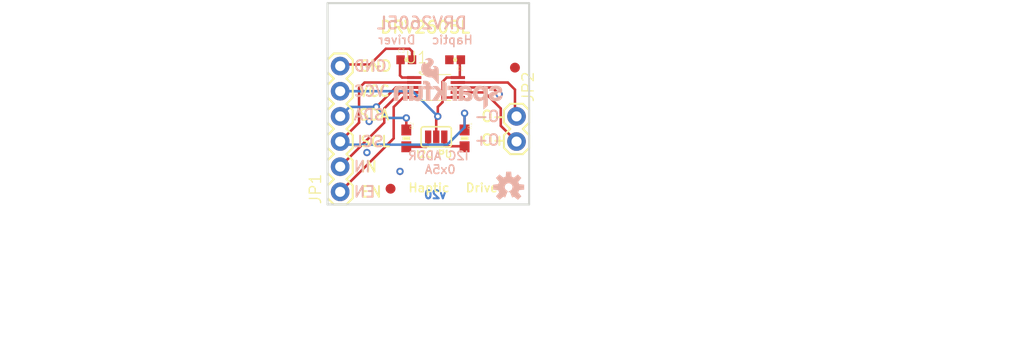
<source format=kicad_pcb>
(kicad_pcb (version 20211014) (generator pcbnew)
  (layers (0 "F.Cu" signal) (31 "B.Cu" signal) (34 "B.Paste" user) (35 "F.Paste" user) (36 "B.SilkS" user "B.Silkscreen") (37 "F.SilkS" user "F.Silkscreen") (38 "B.Mask" user) (39 "F.Mask" user) (44 "Edge.Cuts" user))
  (net 0 "")
  (net 1 "GND")
  (net 2 "VCC")
  (net 3 "N$3")
  (net 4 "N$4")
  (net 5 "N$5")
  (net 6 "N$6")
  (net 7 "N$7")
  (net 8 "N$8")
  (net 9 "N$9")
  (net 10 "N$1")
  (net 11 "N$2")
  (footprint "boardEagle:FIDUCIAL-1X2" (layer "F.Cu") (at 157.23235 101.35235)
    (fp_text reference "FID2" hide)
    (fp_text value "FIDUCIAL1X2" hide)
    (pad "1" smd roundrect (at 0 0) (size 1 1) (layers "F.Cu" "F.Mask") (roundrect_rratio 0.5))
  )
  (footprint "boardEagle:0603-RES" (layer "F.Cu") (at 146.2786 108.4961 -90)
    (fp_text reference "R2" (at -0.889 -0.762 -90) (layer "F.SilkS") (effects (font (size 0.373888 0.373888) (thickness 0.032512)) (justify left bottom)))
    (fp_text value "2.2k")
    (fp_poly (pts (xy -0.1905 0.381) (xy 0.1905 0.381) (xy 0.1905 -0.381) (xy -0.1905 -0.381)) (layer "F.SilkS") (width 0) (fill solid))
    (pad "1" smd rect (at -0.85 0 270) (size 1.1 1) (layers "F.Cu" "F.Paste" "F.Mask") (net 10 "N$1"))
    (pad "2" smd rect (at 0.85 0 270) (size 1.1 1) (layers "F.Cu" "F.Paste" "F.Mask") (net 8 "N$8"))
  )
  (footprint "boardEagle:0402-CAP" (layer "F.Cu") (at 151.19985 100.5586 180)
    (fp_text reference "C1" (at -0.889 -0.6985 180) (layer "F.SilkS") (effects (font (size 0.373888 0.373888) (thickness 0.032512)) (justify right top)))
    (fp_text value "1.0uF")
    (fp_line (start 0 -0.0305) (end 0 0.0305) (layer "F.SilkS") (width 0.4064))
    (pad "1" smd rect (at -0.58 0 180) (size 0.85 0.9) (layers "F.Cu" "F.Paste" "F.Mask") (net 2 "VCC"))
    (pad "2" smd rect (at 0.58 0 180) (size 0.85 0.9) (layers "F.Cu" "F.Paste" "F.Mask") (net 1 "GND"))
  )
  (footprint "boardEagle:FIDUCIAL-1X2" (layer "F.Cu") (at 144.6911 113.5761)
    (fp_text reference "FID1" hide)
    (fp_text value "FIDUCIAL1X2" hide)
    (pad "1" smd roundrect (at 0 0) (size 1 1) (layers "F.Cu" "F.Mask") (roundrect_rratio 0.5))
  )
  (footprint "boardEagle:PAD-JUMPER-3-NC_BY_PASTE_YES_SILK_FULL_BOX" (layer "F.Cu") (at 149.29485 108.33735 180)
    (fp_text reference "I2C0" (at -1.27 -1.27 180) (layer "F.SilkS") (effects (font (size 0.373888 0.373888) (thickness 0.032512)) (justify right top)))
    (fp_text value "JUMPER-PAD-3-NC_BY_PASTE")
    (fp_line (start -1.27 -1.016) (end 1.27 -1.016) (layer "F.SilkS") (width 0.1524))
    (fp_line (start -1.524 0.762) (end -1.524 -0.762) (layer "F.SilkS") (width 0.1524))
    (fp_line (start 1.524 0.762) (end 1.524 -0.762) (layer "F.SilkS") (width 0.1524))
    (fp_line (start 1.27 1.016) (end -1.27 1.016) (layer "F.SilkS") (width 0.1524))
    (fp_arc (start -1.524 -0.762) (mid -1.449605 -0.941605) (end -1.27 -1.016) (layer "F.SilkS") (width 0.1524))
    (fp_arc (start -1.27 1.016) (mid -1.449605 0.941605) (end -1.524 0.762) (layer "F.SilkS") (width 0.1524))
    (fp_arc (start 1.27 -1.016) (mid 1.449605 -0.941605) (end 1.524 -0.762) (layer "F.SilkS") (width 0.1524))
    (fp_arc (start 1.524 0.762) (mid 1.449605 0.941605) (end 1.27 1.016) (layer "F.SilkS") (width 0.1524))
    (pad "1" smd rect (at -0.8128 0 180) (size 0.635 1.27) (layers "F.Cu" "F.Mask") (net 9 "N$9"))
    (pad "2" smd rect (at 0 0 180) (size 0.635 1.27) (layers "F.Cu" "F.Mask") (net 2 "VCC"))
    (pad "3" smd rect (at 0.8128 0 180) (size 0.635 1.27) (layers "F.Cu" "F.Mask") (net 8 "N$8"))
  )
  (footprint "boardEagle:VSSOP-10" (layer "F.Cu") (at 148.97735 103.4161)
    (fp_text reference "U1" (at -2.905 -2.4) (layer "F.SilkS") (effects (font (size 1.1684 1.1684) (thickness 0.1016)) (justify left bottom)))
    (fp_text value "DRV2605L")
    (fp_line (start -1.205 1.24) (end 1.795 1.24) (layer "F.SilkS") (width 0.1))
    (fp_line (start -1.205 -1.36) (end 1.795 -1.36) (layer "F.SilkS") (width 0.1))
    (fp_circle (center -1.305 -1.56) (end -1.205 -1.56) (layer "F.SilkS") (width 0.1) (fill none))
    (pad "P$1" smd rect (at -1.905 -1.06) (size 1.45 0.3) (layers "F.Cu" "F.Paste" "F.Mask") (net 3 "N$3"))
    (pad "P$2" smd rect (at -1.905 -0.56) (size 1.45 0.3) (layers "F.Cu" "F.Paste" "F.Mask") (net 11 "N$2"))
    (pad "P$3" smd rect (at -1.905 -0.06) (size 1.45 0.3) (layers "F.Cu" "F.Paste" "F.Mask") (net 10 "N$1"))
    (pad "P$4" smd rect (at -1.905 0.44) (size 1.45 0.3) (layers "F.Cu" "F.Paste" "F.Mask") (net 4 "N$4"))
    (pad "P$5" smd rect (at -1.905 0.94) (size 1.45 0.3) (layers "F.Cu" "F.Paste" "F.Mask") (net 5 "N$5"))
    (pad "P$6" smd rect (at 2.495 0.94) (size 1.45 0.3) (layers "F.Cu" "F.Paste" "F.Mask") (net 2 "VCC"))
    (pad "P$7" smd rect (at 2.495 0.44) (size 1.45 0.3) (layers "F.Cu" "F.Paste" "F.Mask") (net 7 "N$7"))
    (pad "P$8" smd rect (at 2.495 -0.06) (size 1.45 0.3) (layers "F.Cu" "F.Paste" "F.Mask") (net 1 "GND"))
    (pad "P$9" smd rect (at 2.495 -0.56) (size 1.45 0.3) (layers "F.Cu" "F.Paste" "F.Mask") (net 6 "N$6"))
    (pad "P$10" smd rect (at 2.495 -1.06) (size 1.45 0.3) (layers "F.Cu" "F.Paste" "F.Mask") (net 2 "VCC"))
  )
  (footprint "boardEagle:STAND-OFF" (layer "F.Cu") (at 156.1211 97.3836)
    (fp_text reference "STANDOFF1" hide)
    (fp_text value "STAND-OFF" hide)
    (pad "" np_thru_hole circle (at 0 0) (size 3.302 3.302) (drill 3.302) (layers *.Cu *.Mask))
  )
  (footprint "boardEagle:0603-RES" (layer "F.Cu") (at 152.15235 108.4961 -90)
    (fp_text reference "R1" (at -0.889 -0.762 -90) (layer "F.SilkS") (effects (font (size 0.373888 0.373888) (thickness 0.032512)) (justify left bottom)))
    (fp_text value "2.2k")
    (fp_poly (pts (xy -0.1905 0.381) (xy 0.1905 0.381) (xy 0.1905 -0.381) (xy -0.1905 -0.381)) (layer "F.SilkS") (width 0) (fill solid))
    (pad "1" smd rect (at -0.85 0 270) (size 1.1 1) (layers "F.Cu" "F.Paste" "F.Mask") (net 11 "N$2"))
    (pad "2" smd rect (at 0.85 0 270) (size 1.1 1) (layers "F.Cu" "F.Paste" "F.Mask") (net 9 "N$9"))
  )
  (footprint "boardEagle:1X02" (layer "F.Cu") (at 157.3911 106.2736 -90)
    (fp_text reference "JP2" (at -1.3462 -1.8288 -90) (layer "F.SilkS") (effects (font (size 1.143 1.143) (thickness 0.127)) (justify left bottom)))
    (fp_text value "")
    (fp_line (start -0.635 -1.27) (end -1.27 -0.635) (layer "F.SilkS") (width 0.2032))
    (fp_line (start 0.635 -1.27) (end 1.27 -0.635) (layer "F.SilkS") (width 0.2032))
    (fp_line (start 1.905 1.27) (end 1.27 0.635) (layer "F.SilkS") (width 0.2032))
    (fp_line (start 3.175 -1.27) (end 3.81 -0.635) (layer "F.SilkS") (width 0.2032))
    (fp_line (start 0.635 1.27) (end -0.635 1.27) (layer "F.SilkS") (width 0.2032))
    (fp_line (start 1.905 -1.27) (end 3.175 -1.27) (layer "F.SilkS") (width 0.2032))
    (fp_line (start 1.27 0.635) (end 0.635 1.27) (layer "F.SilkS") (width 0.2032))
    (fp_line (start 3.81 -0.635) (end 3.81 0.635) (layer "F.SilkS") (width 0.2032))
    (fp_line (start -1.27 -0.635) (end -1.27 0.635) (layer "F.SilkS") (width 0.2032))
    (fp_line (start 1.27 -0.635) (end 1.905 -1.27) (layer "F.SilkS") (width 0.2032))
    (fp_line (start 3.81 0.635) (end 3.175 1.27) (layer "F.SilkS") (width 0.2032))
    (fp_line (start -0.635 -1.27) (end 0.635 -1.27) (layer "F.SilkS") (width 0.2032))
    (fp_line (start 3.175 1.27) (end 1.905 1.27) (layer "F.SilkS") (width 0.2032))
    (fp_line (start -1.27 0.635) (end -0.635 1.27) (layer "F.SilkS") (width 0.2032))
    (pad "1" thru_hole circle (at 0 0) (size 1.8796 1.8796) (drill 1.016) (layers *.Cu *.Mask) (net 6 "N$6"))
    (pad "2" thru_hole circle (at 2.54 0) (size 1.8796 1.8796) (drill 1.016) (layers *.Cu *.Mask) (net 7 "N$7"))
  )
  (footprint "boardEagle:0402-CAP" (layer "F.Cu") (at 146.2786 100.5586)
    (fp_text reference "C3" (at -0.889 -0.6985) (layer "F.SilkS") (effects (font (size 0.373888 0.373888) (thickness 0.032512)) (justify left bottom)))
    (fp_text value "1.0uF")
    (fp_line (start 0 -0.0305) (end 0 0.0305) (layer "F.SilkS") (width 0.4064))
    (pad "1" smd rect (at -0.58 0) (size 0.85 0.9) (layers "F.Cu" "F.Paste" "F.Mask") (net 3 "N$3"))
    (pad "2" smd rect (at 0.58 0) (size 0.85 0.9) (layers "F.Cu" "F.Paste" "F.Mask") (net 1 "GND"))
  )
  (footprint "boardEagle:CREATIVE_COMMONS" (layer "F.Cu") (at 125.6411 129.1336)
    (fp_text reference "FRAME2" hide)
    (fp_text value "FRAME-LETTER" hide)
  )
  (footprint "boardEagle:1X06" (layer "F.Cu") (at 139.6111 113.8936 90)
    (fp_text reference "JP1" (at -1.3462 -1.8288 90) (layer "F.SilkS") (effects (font (size 1.143 1.143) (thickness 0.127)) (justify left bottom)))
    (fp_text value "")
    (fp_line (start 1.27 -0.635) (end 1.905 -1.27) (layer "F.SilkS") (width 0.2032))
    (fp_line (start 6.985 -1.27) (end 6.35 -0.635) (layer "F.SilkS") (width 0.2032))
    (fp_line (start 13.97 0.635) (end 13.335 1.27) (layer "F.SilkS") (width 0.2032))
    (fp_line (start 13.335 1.27) (end 12.065 1.27) (layer "F.SilkS") (width 0.2032))
    (fp_line (start -0.635 -1.27) (end 0.635 -1.27) (layer "F.SilkS") (width 0.2032))
    (fp_line (start 11.43 0.635) (end 10.795 1.27) (layer "F.SilkS") (width 0.2032))
    (fp_line (start 4.445 -1.27) (end 5.715 -1.27) (layer "F.SilkS") (width 0.2032))
    (fp_line (start 6.35 0.635) (end 6.985 1.27) (layer "F.SilkS") (width 0.2032))
    (fp_line (start 3.175 1.27) (end 1.905 1.27) (layer "F.SilkS") (width 0.2032))
    (fp_line (start 12.065 -1.27) (end 13.335 -1.27) (layer "F.SilkS") (width 0.2032))
    (fp_line (start 12.065 1.27) (end 11.43 0.635) (layer "F.SilkS") (width 0.2032))
    (fp_line (start 3.175 -1.27) (end 3.81 -0.635) (layer "F.SilkS") (width 0.2032))
    (fp_line (start 13.97 -0.635) (end 13.97 0.635) (layer "F.SilkS") (width 0.2032))
    (fp_line (start 9.525 1.27) (end 8.89 0.635) (layer "F.SilkS") (width 0.2032))
    (fp_line (start 8.255 1.27) (end 6.985 1.27) (layer "F.SilkS") (width 0.2032))
    (fp_line (start 10.795 -1.27) (end 11.43 -0.635) (layer "F.SilkS") (width 0.2032))
    (fp_line (start 0.635 1.27) (end -0.635 1.27) (layer "F.SilkS") (width 0.2032))
    (fp_line (start 6.985 -1.27) (end 8.255 -1.27) (layer "F.SilkS") (width 0.2032))
    (fp_line (start 8.89 -0.635) (end 9.525 -1.27) (layer "F.SilkS") (width 0.2032))
    (fp_line (start 6.35 0.635) (end 5.715 1.27) (layer "F.SilkS") (width 0.2032))
    (fp_line (start 9.525 -1.27) (end 10.795 -1.27) (layer "F.SilkS") (width 0.2032))
    (fp_line (start -1.27 0.635) (end -0.635 1.27) (layer "F.SilkS") (width 0.2032))
    (fp_line (start 3.81 0.635) (end 3.175 1.27) (layer "F.SilkS") (width 0.2032))
    (fp_line (start 1.27 0.635) (end 0.635 1.27) (layer "F.SilkS") (width 0.2032))
    (fp_line (start 11.43 -0.635) (end 12.065 -1.27) (layer "F.SilkS") (width 0.2032))
    (fp_line (start 8.89 0.635) (end 8.255 1.27) (layer "F.SilkS") (width 0.2032))
    (fp_line (start 1.905 1.27) (end 1.27 0.635) (layer "F.SilkS") (width 0.2032))
    (fp_line (start 8.255 -1.27) (end 8.89 -0.635) (layer "F.SilkS") (width 0.2032))
    (fp_line (start 10.795 1.27) (end 9.525 1.27) (layer "F.SilkS") (width 0.2032))
    (fp_line (start 5.715 1.27) (end 4.445 1.27) (layer "F.SilkS") (width 0.2032))
    (fp_line (start -1.27 -0.635) (end -1.27 0.635) (layer "F.SilkS") (width 0.2032))
    (fp_line (start 5.715 -1.27) (end 6.35 -0.635) (layer "F.SilkS") (width 0.2032))
    (fp_line (start 3.81 -0.635) (end 4.445 -1.27) (layer "F.SilkS") (width 0.2032))
    (fp_line (start -0.635 -1.27) (end -1.27 -0.635) (layer "F.SilkS") (width 0.2032))
    (fp_line (start 13.335 -1.27) (end 13.97 -0.635) (layer "F.SilkS") (width 0.2032))
    (fp_line (start 1.905 -1.27) (end 3.175 -1.27) (layer "F.SilkS") (width 0.2032))
    (fp_line (start 4.445 1.27) (end 3.81 0.635) (layer "F.SilkS") (width 0.2032))
    (fp_line (start 0.635 -1.27) (end 1.27 -0.635) (layer "F.SilkS") (width 0.2032))
    (pad "1" thru_hole circle (at 0 0 180) (size 1.8796 1.8796) (drill 1.016) (layers *.Cu *.Mask) (net 5 "N$5"))
    (pad "2" thru_hole circle (at 2.54 0 180) (size 1.8796 1.8796) (drill 1.016) (layers *.Cu *.Mask) (net 4 "N$4"))
    (pad "3" thru_hole circle (at 5.08 0 180) (size 1.8796 1.8796) (drill 1.016) (layers *.Cu *.Mask) (net 11 "N$2"))
    (pad "4" thru_hole circle (at 7.62 0 180) (size 1.8796 1.8796) (drill 1.016) (layers *.Cu *.Mask) (net 10 "N$1"))
    (pad "5" thru_hole circle (at 10.16 0 180) (size 1.8796 1.8796) (drill 1.016) (layers *.Cu *.Mask) (net 2 "VCC"))
    (pad "6" thru_hole circle (at 12.7 0 180) (size 1.8796 1.8796) (drill 1.016) (layers *.Cu *.Mask) (net 1 "GND"))
  )
  (footprint "boardEagle:STAND-OFF" (layer "F.Cu") (at 140.8811 97.3836)
    (fp_text reference "STANDOFF4" hide)
    (fp_text value "STAND-OFF" hide)
    (pad "" np_thru_hole circle (at 0 0) (size 3.302 3.302) (drill 3.302) (layers *.Cu *.Mask))
  )
  (footprint "boardEagle:OSHW-LOGO-S" (layer "B.Cu") (at 156.59735 113.41735 180)
    (fp_text reference "LOGO2" hide)
    (fp_text value "OSHW-LOGOS" hide)
    (fp_poly (pts (xy 0.301647 1.061351) (xy 0.42347 1.022344) (xy 0.537177 0.963769) (xy 0.92862 1.282946) (xy 1.282946 0.92862) (xy 0.961035 0.533823) (xy 1.057046 0.302084) (xy 1.5638 0.250561) (xy 1.5638 -0.250561) (xy 1.057046 -0.302084) (xy 0.961035 -0.533823) (xy 1.282946 -0.92862) (xy 0.92862 -1.282946) (xy 0.537177 -0.96377) (xy 0.356601 -1.056794) (xy 0.088679 -0.410073) (xy 0.326262 -0.2176) (xy 0.373649 -0.121468) (xy 0.392729 -0.010339) (xy 0.379464 0.101634) (xy 0.334947 0.205229) (xy 0.262842 0.291918) (xy 0.169087 0.354561) (xy 0.061406 0.387999) (xy -0.051342 0.38948) (xy -0.159868 0.358881) (xy -0.255234 0.298724) (xy -0.329589 0.213962) (xy -0.376813 0.111569) (xy -0.392176 0.005767) (xy -0.322923 -0.222565) (xy -0.249312 -0.303773) (xy 0.091677 -0.5081) (xy -0.12929 -0.5081) (xy -0.355332 -1.053732) (xy -0.506597 -0.983577) (xy -0.538922 -0.965192) (xy -0.92862 -1.282946) (xy -1.282946 -0.92862) (xy -0.961035 -0.533823) (xy -1.057046 -0.302084) (xy -1.5638 -0.250561) (xy -1.5638 0.250561) (xy -1.057046 0.302084) (xy -0.961035 0.533823) (xy -1.282946 0.92862) (xy -0.92862 1.282946) (xy -0.533823 0.961035) (xy -0.302084 1.057046) (xy -0.250561 1.5638) (xy 0.250561 1.5638)) (layer "B.SilkS") (width 0) (fill solid))
  )
  (footprint "boardEagle:SFE_LOGO_NAME_FLAME_.1" (layer "B.Cu") (at 156.3751 105.60685 180)
    (fp_text reference "LOGO4" hide)
    (fp_text value "SFE_LOGO_NAME_FLAME.1_INCH" hide)
    (fp_poly (pts (xy 5.915782 2.4181) (xy 5.9481 2.4181) (xy 5.9481 1.9819) (xy 5.891006 1.9819) (xy 5.871005 1.9919) (xy 5.771901 1.9919) (xy 5.676548 1.982365) (xy 5.604341 1.964313) (xy 5.544869 1.930329) (xy 5.501417 1.878186) (xy 5.465367 1.8151) (xy 5.446948 1.75063) (xy 5.4281 1.665817) (xy 5.4281 0.9019) (xy 4.9619 0.9019) (xy 4.9619 2.321235) (xy 5.041643 2.337183) (xy 5.08531 2.3481) (xy 5.136228 2.3481) (xy 5.181643 2.357183) (xy 5.221639 2.367182) (xy 5.272528 2.37736) (xy 5.321643 2.387183) (xy 5.4081 2.408798) (xy 5.4081 2.218614) (xy 5.420487 2.234098) (xy 5.473194 2.297347) (xy 5.528518 2.341606) (xy 5.604373 2.384952) (xy 5.668737 2.406407) (xy 5.744664 2.4281) (xy 5.905782 2.4281)) (layer "B.SilkS") (width 0) (fill solid))
    (fp_poly (pts (xy 8.8881 1.562374) (xy 8.907709 1.405502) (xy 8.916055 1.355427) (xy 8.966003 1.288829) (xy 9.003942 1.266066) (xy 9.046852 1.257484) (xy 9.100786 1.248495) (xy 9.174498 1.257709) (xy 9.226603 1.266393) (xy 9.266373 1.290255) (xy 9.298687 1.322569) (xy 9.325428 1.376051) (xy 9.352861 1.440061) (xy 9.3619 1.512374) (xy 9.3619 2.3981) (xy 9.8281 2.3981) (xy 9.8281 0.9019) (xy 9.3819 0.9019) (xy 9.3819 1.033885) (xy 9.357107 1.002893) (xy 9.300649 0.957727) (xy 9.235621 0.925214) (xy 9.18311 0.904209) (xy 9.118789 0.882769) (xy 9.04585 0.872349) (xy 8.9818 0.861674) (xy 8.831979 0.872376) (xy 8.714139 0.915227) (xy 8.61813 0.968565) (xy 8.540015 1.035521) (xy 8.484692 1.135102) (xy 8.452895 1.241091) (xy 8.4319 1.356565) (xy 8.4319 2.3981) (xy 8.8881 2.3981)) (layer "B.SilkS") (width 0) (fill solid))
    (fp_poly (pts (xy 6.4881 1.944647) (xy 6.92377 2.3981) (xy 7.493235 2.3981) (xy 6.919019 1.834719) (xy 7.530534 0.9019) (xy 6.968776 0.9019) (xy 6.592048 1.510462) (xy 6.4881 1.413444) (xy 6.4881 0.9019) (xy 6.0219 0.9019) (xy 6.0219 2.702757) (xy 6.4881 2.953788)) (layer "B.SilkS") (width 0) (fill solid))
    (fp_poly (pts (xy 4.323772 2.4181) (xy 4.383773 2.4181) (xy 4.440902 2.406674) (xy 4.490903 2.386674) (xy 4.540902 2.376674) (xy 4.598829 2.353503) (xy 4.64286 2.32048) (xy 4.68286 2.29048) (xy 4.727214 2.257214) (xy 4.762541 2.210112) (xy 4.784786 2.165621) (xy 4.806674 2.110902) (xy 4.8181 2.053773) (xy 4.8181 1.188995) (xy 4.8281 1.168994) (xy 4.8281 1.078995) (xy 4.8381 1.058994) (xy 4.8381 1.038995) (xy 4.8481 1.018994) (xy 4.8481 0.988995) (xy 4.851313 0.982569) (xy 4.8681 0.965782) (xy 4.8681 0.9019) (xy 4.4019 0.9019) (xy 4.4019 0.934218) (xy 4.3919 0.944218) (xy 4.3919 0.954218) (xy 4.3819 0.964218) (xy 4.3819 0.994218) (xy 4.38 0.996118) (xy 4.364273 0.980392) (xy 4.326889 0.955469) (xy 4.296888 0.945468) (xy 4.266889 0.925469) (xy 4.232048 0.913855) (xy 4.136183 0.8819) (xy 4.106183 0.8819) (xy 4.076183 0.8719) (xy 4.036183 0.8719) (xy 4.006183 0.8619) (xy 3.886227 0.8619) (xy 3.836228 0.8719) (xy 3.78531 0.8719) (xy 3.738251 0.883665) (xy 3.684379 0.905214) (xy 3.64084 0.926983) (xy 3.610843 0.946981) (xy 3.567431 0.968687) (xy 3.530392 1.005727) (xy 3.508887 1.037984) (xy 3.478885 1.077986) (xy 3.454118 1.115137) (xy 3.443641 1.167523) (xy 3.4219 1.211006) (xy 3.4219 1.266228) (xy 3.411214 1.31966) (xy 3.432999 1.43948) (xy 3.465048 1.535627) (xy 3.510194 1.614633) (xy 3.587954 1.681284) (xy 3.663755 1.724599) (xy 3.748654 1.756436) (xy 3.833246 1.777584) (xy 3.955105 1.791124) (xy 4.059753 1.516423) (xy 3.994619 1.494712) (xy 3.982569 1.488687) (xy 3.972569 1.478687) (xy 3.932569 1.458687) (xy 3.922569 1.448687) (xy 3.908398 1.441602) (xy 3.8881 1.401005) (xy 3.8881 1.381006) (xy 3.8781 1.361005) (xy 3.8781 1.326183) (xy 3.8881 1.296183) (xy 3.8881 1.278995) (xy 3.891313 1.272569) (xy 3.901313 1.262569) (xy 3.908398 1.248398) (xy 3.922569 1.241313) (xy 3.932569 1.231313) (xy 3.958995 1.2181) (xy 3.978994 1.2181) (xy 3.998995 1.2081) (xy 4.018994 1.2081) (xy 4.038995 1.1981) (xy 4.076228 1.1981) (xy 4.126227 1.2081) (xy 4.171005 1.2081) (xy 4.206702 1.225948) (xy 4.244357 1.235361) (xy 4.265725 1.249607) (xy 4.280393 1.264275) (xy 4.300392 1.294273) (xy 4.316699 1.310581) (xy 4.323855 1.332048) (xy 4.334711 1.364617) (xy 4.344712 1.384619) (xy 4.3519 1.406183) (xy 4.3519 1.568353) (xy 4.347039 1.565922) (xy 4.318994 1.5519) (xy 4.298995 1.5519) (xy 4.278994 1.5419) (xy 4.200252 1.5419) (xy 4.1341 1.80651) (xy 4.238735 1.836406) (xy 4.293987 1.854823) (xy 4.333997 1.878829) (xy 4.3519 1.9027) (xy 4.3519 1.991005) (xy 4.328687 2.037431) (xy 4.318687 2.047431) (xy 4.311602 2.061602) (xy 4.271005 2.0819) (xy 4.251006 2.0819) (xy 4.231005 2.0919) (xy 4.068995 2.0919) (xy 3.982569 2.048687) (xy 3.951313 2.017431) (xy 3.945288 2.005381) (xy 3.935289 1.975383) (xy 3.9281 1.961005) (xy 3.9281 1.8819) (xy 3.455024 1.8819) (xy 3.472418 1.986264) (xy 3.48291 2.049212) (xy 3.50581 2.117914) (xy 3.538344 2.161292) (xy 3.568341 2.211288) (xy 3.602786 2.257214) (xy 3.648712 2.291659) (xy 3.700398 2.32267) (xy 3.753016 2.354241) (xy 3.809098 2.376674) (xy 3.860201 2.386895) (xy 3.920788 2.40709) (xy 3.983148 2.417484) (xy 4.036227 2.4281) (xy 4.273773 2.4281)) (layer "B.SilkS") (width 0) (fill solid))
    (fp_poly (pts (xy 2.857823 2.417663) (xy 3.006845 2.364441) (xy 3.124841 2.289352) (xy 3.220441 2.18313) (xy 3.294903 2.066118) (xy 3.336905 1.929612) (xy 3.367832 1.785286) (xy 3.380795 1.590841) (xy 2.9119 1.602864) (xy 2.9119 1.727626) (xy 2.90275 1.800824) (xy 2.874631 1.875809) (xy 2.847172 1.93988) (xy 2.804269 1.991364) (xy 2.751775 2.02636) (xy 2.690183 2.052756) (xy 2.610264 2.061636) (xy 2.539176 2.05275) (xy 2.469061 2.026457) (xy 2.426805 1.992652) (xy 2.382828 1.93988) (xy 2.355369 1.875809) (xy 2.32725 1.800824) (xy 2.3181 1.727626) (xy 2.3181 1.564689) (xy 2.356222 1.412201) (xy 2.382128 1.351754) (xy 2.425723 1.308159) (xy 2.478207 1.264423) (xy 2.537389 1.247513) (xy 2.619736 1.238364) (xy 2.692996 1.247521) (xy 2.762304 1.264848) (xy 2.812652 1.306805) (xy 2.847019 1.349764) (xy 2.890523 1.451274) (xy 3.302811 1.257255) (xy 3.22082 1.106939) (xy 3.124827 1.010945) (xy 3.007641 0.92572) (xy 2.878619 0.882712) (xy 2.719372 0.861479) (xy 2.653736 0.872418) (xy 2.593736 0.882418) (xy 2.528085 0.89336) (xy 2.461652 0.926577) (xy 2.410398 0.95733) (xy 2.354526 0.990852) (xy 2.3281 1.023885) (xy 2.3281 0.008018) (xy 2.174549 0.161569) (xy 2.076199 0.240249) (xy 2.024551 0.281567) (xy 1.934549 0.371569) (xy 1.8719 0.421688) (xy 1.8719 2.319748) (xy 1.941639 2.337182) (xy 1.996227 2.3481) (xy 2.045311 2.3481) (xy 2.081639 2.357182) (xy 2.131643 2.367183) (xy 2.171639 2.377182) (xy 2.222528 2.38736) (xy 2.3181 2.406475) (xy 2.3181 2.281982) (xy 2.334551 2.298433) (xy 2.3882 2.341352) (xy 2.440398 2.37267) (xy 2.496601 2.406392) (xy 2.563736 2.417582) (xy 2.626847 2.4281) (xy 2.701269 2.4281)) (layer "B.SilkS") (width 0) (fill solid))
    (fp_poly (pts (xy 1.318909 2.407105) (xy 1.423264 2.375798) (xy 1.519412 2.333066) (xy 1.607214 2.267214) (xy 1.672541 2.180112) (xy 1.72664 2.071915) (xy 1.754976 1.9019) (xy 1.308765 1.9019) (xy 1.293326 1.979097) (xy 1.276098 2.022167) (xy 1.262526 2.042526) (xy 1.240843 2.056981) (xy 1.204375 2.075215) (xy 1.162662 2.0919) (xy 1.006183 2.0919) (xy 0.98066 2.083392) (xy 0.940665 2.073394) (xy 0.92445 2.067989) (xy 0.8981 2.028465) (xy 0.8981 2.004689) (xy 0.905096 1.976706) (xy 0.927214 1.947214) (xy 0.96011 1.922542) (xy 1.014619 1.895288) (xy 1.068469 1.877338) (xy 1.147009 1.86752) (xy 1.388733 1.807089) (xy 1.483895 1.785942) (xy 1.558903 1.74308) (xy 1.631815 1.701416) (xy 1.698636 1.645732) (xy 1.743641 1.578224) (xy 1.777243 1.499819) (xy 1.788424 1.399193) (xy 1.767087 1.260502) (xy 1.723873 1.141664) (xy 1.658089 1.053951) (xy 1.571411 0.978108) (xy 1.463664 0.924235) (xy 1.348165 0.892735) (xy 1.224722 0.872161) (xy 1.1 0.861768) (xy 0.975278 0.872161) (xy 0.851835 0.892735) (xy 0.736336 0.924235) (xy 0.628589 0.978108) (xy 0.542165 1.053729) (xy 0.466623 1.150855) (xy 0.423006 1.259898) (xy 0.39559 1.4381) (xy 0.8481 1.4381) (xy 0.8481 1.347338) (xy 0.863504 1.308829) (xy 0.887214 1.277214) (xy 0.955427 1.226055) (xy 1.00687 1.217481) (xy 1.056852 1.207484) (xy 1.108449 1.198885) (xy 1.14531 1.2081) (xy 1.185311 1.2081) (xy 1.216699 1.215947) (xy 1.24989 1.232542) (xy 1.284972 1.258854) (xy 1.305598 1.27948) (xy 1.320728 1.34) (xy 1.314053 1.366699) (xy 1.299944 1.394917) (xy 1.268708 1.418344) (xy 1.223987 1.445177) (xy 1.169335 1.463394) (xy 1.011643 1.502817) (xy 0.912131 1.522719) (xy 0.819125 1.543387) (xy 0.735799 1.574634) (xy 0.662989 1.605839) (xy 0.589958 1.647571) (xy 0.522526 1.692526) (xy 0.476359 1.761776) (xy 0.442757 1.840181) (xy 0.431724 1.939473) (xy 0.442506 2.068851) (xy 0.487042 2.180192) (xy 0.563128 2.267148) (xy 0.638766 2.33198) (xy 0.747525 2.386359) (xy 0.852856 2.407426) (xy 0.966565 2.4281) (xy 1.203435 2.4281)) (layer "B.SilkS") (width 0) (fill solid))
    (fp_poly (pts (xy 8.4081 2.903547) (xy 8.4081 2.5619) (xy 8.204689 2.5619) (xy 8.173301 2.554053) (xy 8.146088 2.540446) (xy 8.133019 2.520843) (xy 8.1281 2.511005) (xy 8.1281 2.47531) (xy 8.1181 2.435311) (xy 8.1181 2.3981) (xy 8.3881 2.3981) (xy 8.3881 2.0619) (xy 8.1181 2.0619) (xy 8.1181 0.9019) (xy 7.6619 0.9019) (xy 7.6619 2.0619) (xy 7.1957 2.0619) (xy 7.324972 2.158854) (xy 7.453059 2.286941) (xy 7.484974 2.318855) (xy 7.522786 2.347214) (xy 7.56095 2.3981) (xy 7.6619 2.3981) (xy 7.6619 2.566909) (xy 7.694634 2.654201) (xy 7.727171 2.730119) (xy 7.783868 2.798155) (xy 7.860287 2.852741) (xy 7.945902 2.895548) (xy 8.054408 2.9281) (xy 8.358994 2.9281)) (layer "B.SilkS") (width 0) (fill solid))
    (fp_poly (pts (xy 3.380845 1.667065) (xy 3.367792 1.484325) (xy 3.336403 1.348307) (xy 3.26984 1.188556) (xy 2.861991 1.380485) (xy 2.90275 1.489176) (xy 2.9119 1.562374) (xy 2.9119 1.679089)) (layer "B.SilkS") (width 0) (fill solid))
    (fp_poly (pts (xy 4.274375 1.55959) (xy 4.218994 1.5319) (xy 4.196183 1.5319) (xy 4.166183 1.5219) (xy 4.126183 1.5219) (xy 4.096183 1.5119) (xy 4.058995 1.5119) (xy 4.038994 1.5019) (xy 3.983743 1.5019) (xy 3.876874 1.782432) (xy 4.015793 1.797867) (xy 4.105203 1.807801) (xy 4.208628 1.822577)) (layer "B.SilkS") (width 0) (fill solid))
    (fp_poly (pts (xy 7.962717 5.195922) (xy 8.04525 5.164972) (xy 8.110112 5.132541) (xy 8.155026 5.098855) (xy 8.231982 5.0219) (xy 8.103817 5.0219) (xy 8.073817 5.0319) (xy 8.054689 5.0319) (xy 8.018361 5.022818) (xy 7.972477 5.013641) (xy 7.94011 4.997458) (xy 7.908081 4.973435) (xy 7.894532 4.953112) (xy 7.885289 4.925383) (xy 7.875288 4.905381) (xy 7.870161 4.89) (xy 7.876608 4.87066) (xy 7.885362 4.835643) (xy 7.903017 4.80916) (xy 7.921313 4.772569) (xy 7.944275 4.749607) (xy 7.972014 4.731115) (xy 8.012016 4.701113) (xy 8.039157 4.683019) (xy 8.108995 4.6481) (xy 8.163817 4.6481) (xy 8.183112 4.654532) (xy 8.197989 4.66445) (xy 8.2119 4.706183) (xy 8.2119 4.841647) (xy 8.353602 4.770796) (xy 8.440998 4.672476) (xy 8.514691 4.546144) (xy 8.566893 4.39998) (xy 8.598297 4.23249) (xy 8.587813 4.043773) (xy 8.5355 3.855448) (xy 8.431878 3.668928) (xy 8.358618 3.574737) (xy 8.276044 3.492162) (xy 8.192524 3.419083) (xy 8.086984 3.355759) (xy 7.982127 3.313816) (xy 7.868165 3.282735) (xy 7.743153 3.2619) (xy 7.553156 3.2619) (xy 7.503397 3.253607) (xy 7.461803 3.228651) (xy 7.366805 3.152652) (xy 7.318163 3.094281) (xy 7.189168 2.965286) (xy 7.13917 2.895289) (xy 7.078159 2.834277) (xy 7.028163 2.774281) (xy 6.978854 2.724972) (xy 6.948855 2.684974) (xy 6.919607 2.655725) (xy 6.890391 2.6119) (xy 6.8219 2.6119) (xy 6.8219 3.93211) (xy 6.832133 4.024207) (xy 6.842579 4.118219) (xy 6.864711 4.184617) (xy 6.896577 4.248348) (xy 6.93223 4.30777) (xy 6.988708 4.341656) (xy 7.031171 4.373503) (xy 7.08585 4.395375) (xy 7.139674 4.416905) (xy 7.206847 4.4281) (xy 7.29469 4.4281) (xy 7.334689 4.4181) (xy 7.358994 4.4181) (xy 7.434319 4.380438) (xy 7.382569 4.328687) (xy 7.334617 4.304711) (xy 7.310581 4.296699) (xy 7.279607 4.265725) (xy 7.264532 4.243112) (xy 7.2581 4.223817) (xy 7.2581 4.206183) (xy 7.265288 4.184619) (xy 7.281313 4.152569) (xy 7.304275 4.129607) (xy 7.327833 4.113902) (xy 7.370903 4.096674) (xy 7.413772 4.0881) (xy 7.485311 4.0881) (xy 7.554357 4.105361) (xy 7.603944 4.13842) (xy 7.636004 4.178495) (xy 7.6519 4.226183) (xy 7.6519 4.282181) (xy 7.627357 4.339448) (xy 7.561404 4.414823) (xy 7.481425 4.504799) (xy 7.408661 4.587958) (xy 7.354008 4.686334) (xy 7.3319 4.785818) (xy 7.3319 4.876183) (xy 7.365667 4.977483) (xy 7.421486 5.055631) (xy 7.517938 5.141365) (xy 7.637145 5.206387) (xy 7.756565 5.2281) (xy 7.866183 5.2281)) (layer "B.SilkS") (width 0) (fill solid))
    (fp_poly (pts (xy 10.956431 2.417738) (xy 11.074473 2.385544) (xy 11.173168 2.330714) (xy 11.250009 2.253873) (xy 11.305022 2.165852) (xy 11.337105 2.058909) (xy 11.357837 1.944882) (xy 11.3681 1.811463) (xy 11.3681 0.9019) (xy 10.9019 0.9019) (xy 10.9019 1.737626) (xy 10.892233 1.814962) (xy 10.882349 1.88415) (xy 10.873607 1.936603) (xy 10.848344 1.978708) (xy 10.823997 2.011171) (xy 10.786058 2.033934) (xy 10.743148 2.042516) (xy 10.689214 2.051505) (xy 10.615502 2.042291) (xy 10.563397 2.033607) (xy 10.525475 2.010854) (xy 10.491349 1.968197) (xy 10.464001 1.922616) (xy 10.437244 1.860183) (xy 10.4281 1.77789) (xy 10.4281 0.9019) (xy 9.9619 0.9019) (xy 9.9619 2.3981) (xy 10.4081 2.3981) (xy 10.4081 2.261981) (xy 10.434551 2.288433) (xy 10.48749 2.330784) (xy 10.553111 2.374531) (xy 10.617952 2.396145) (xy 10.680788 2.41709) (xy 10.746847 2.4281) (xy 10.811359 2.4281)) (layer "B.SilkS") (width 0) (fill solid))
  )
  (gr_line (start 158.6611 115.1636) (end 138.3411 115.1636) (layer "Edge.Cuts") (width 0.2032))
  (gr_line (start 138.3411 115.1636) (end 138.3411 94.8436) (layer "Edge.Cuts") (width 0.2032))
  (gr_line (start 158.6611 94.8436) (end 158.6611 115.1636) (layer "Edge.Cuts") (width 0.2032))
  (gr_line (start 138.3411 94.8436) (end 158.6611 94.8436) (layer "Edge.Cuts") (width 0.2032))
  (gr_text "v20" (at 150.4061 114.6556) (layer "B.Cu") (effects (font (size 0.8128 0.8128) (thickness 0.2032)) (justify left bottom mirror)))
  (gr_text "GND" (at 140.8811 100.5586) (layer "B.SilkS") (effects (font (size 1.0795 1.0795) (thickness 0.1905)) (justify right top mirror)))
  (gr_text "Haptic" (at 148.7551 98.05035) (layer "B.SilkS") (effects (font (size 0.8636 0.8636) (thickness 0.1524)) (justify right top mirror)))
  (gr_text "IN" (at 140.8811 110.7186) (layer "B.SilkS") (effects (font (size 1.0795 1.0795) (thickness 0.1905)) (justify right top mirror)))
  (gr_text "VCC\n" (at 140.8811 103.0986) (layer "B.SilkS") (effects (font (size 1.0795 1.0795) (thickness 0.1905)) (justify right top mirror)))
  (gr_text "O+" (at 155.77185 109.28985) (layer "B.SilkS") (effects (font (size 1.0795 1.0795) (thickness 0.1905)) (justify left bottom mirror)))
  (gr_text "DRV2605L" (at 143.19885 96.14535) (layer "B.SilkS") (effects (font (size 1.20904 1.20904) (thickness 0.21336)) (justify right top mirror)))
  (gr_text "EN" (at 140.8811 113.2586) (layer "B.SilkS") (effects (font (size 1.0795 1.0795) (thickness 0.1905)) (justify right top mirror)))
  (gr_text "SCL" (at 140.8811 108.1786) (layer "B.SilkS") (effects (font (size 1.0795 1.0795) (thickness 0.1905)) (justify right top mirror)))
  (gr_text "I2C ADDR\n  0x5A" (at 152.66035 112.14735) (layer "B.SilkS") (effects (font (size 0.8636 0.8636) (thickness 0.1524)) (justify left bottom mirror)))
  (gr_text "O-" (at 155.77185 106.9086) (layer "B.SilkS") (effects (font (size 1.0795 1.0795) (thickness 0.1905)) (justify left bottom mirror)))
  (gr_text "Driver" (at 143.3576 98.05035) (layer "B.SilkS") (effects (font (size 0.8636 0.8636) (thickness 0.1524)) (justify right top mirror)))
  (gr_text "SDA" (at 140.8811 105.47985) (layer "B.SilkS") (effects (font (size 1.0795 1.0795) (thickness 0.1905)) (justify right top mirror)))
  (gr_text "IN" (at 141.54785 111.9886) (layer "F.SilkS") (effects (font (size 1.0795 1.0795) (thickness 0.1905)) (justify left bottom)))
  (gr_text "Haptic" (at 146.4056 113.98885) (layer "F.SilkS") (effects (font (size 0.8636 0.8636) (thickness 0.1524)) (justify left bottom)))
  (gr_text "EN" (at 141.54785 114.5286) (layer "F.SilkS") (effects (font (size 1.0795 1.0795) (thickness 0.1905)) (justify left bottom)))
  (gr_text "VCC" (at 141.3891 104.3686) (layer "F.SilkS") (effects (font (size 1.0795 1.0795) (thickness 0.1905)) (justify left bottom)))
  (gr_text "O+" (at 153.73985 109.28985) (layer "F.SilkS") (effects (font (size 1.0795 1.0795) (thickness 0.1905)) (justify left bottom)))
  (gr_text "Driver" (at 152.1841 113.98885) (layer "F.SilkS") (effects (font (size 0.8636 0.8636) (thickness 0.1524)) (justify left bottom)))
  (gr_text "GND" (at 141.3891 101.8286) (layer "F.SilkS") (effects (font (size 1.0795 1.0795) (thickness 0.1905)) (justify left bottom)))
  (gr_text "DRV2605L" (at 143.51635 97.98685) (layer "F.SilkS") (effects (font (size 1.20904 1.20904) (thickness 0.21336)) (justify left bottom)))
  (gr_text "I2C PU" (at 147.19935 110.49635) (layer "F.SilkS") (effects (font (size 0.69088 0.69088) (thickness 0.12192)) (justify left bottom)))
  (gr_text "SDA" (at 141.3891 106.74985) (layer "F.SilkS") (effects (font (size 1.0795 1.0795) (thickness 0.1905)) (justify left bottom)))
  (gr_text "SCL" (at 141.54785 109.4486) (layer "F.SilkS") (effects (font (size 1.0795 1.0795) (thickness 0.1905)) (justify left bottom)))
  (gr_text "O-" (at 153.73985 106.9086) (layer "F.SilkS") (effects (font (size 1.0795 1.0795) (thickness 0.1905)) (justify left bottom)))
  (segment (start 146.8586 100.5586) (end 146.8586 99.70985) (width 0.254) (layer "F.Cu") (net 1))
  (segment (start 154.94985 103.3561) (end 155.64485 104.0511) (width 0.254) (layer "F.Cu") (net 1))
  (segment (start 151.47235 103.3561) (end 154.94985 103.3561) (width 0.254) (layer "F.Cu") (net 1))
  (segment (start 139.76985 101.03485) (end 139.6111 101.1936) (width 0.254) (layer "F.Cu") (net 1))
  (segment (start 146.8586 99.70985) (end 146.5961 99.44735) (width 0.254) (layer "F.Cu") (net 1))
  (segment (start 144.21485 99.44735) (end 142.62735 101.03485) (width 0.254) (layer "F.Cu") (net 1))
  (segment (start 142.62735 101.03485) (end 139.76985 101.03485) (width 0.254) (layer "F.Cu") (net 1))
  (segment (start 146.5961 99.44735) (end 144.21485 99.44735) (width 0.254) (layer "F.Cu") (net 1))
  (via (at 145.6436 111.82985) (size 0.7366) (drill 0.381) (layers "F.Cu" "B.Cu") (net 1))
  (via (at 142.5321 106.7816) (size 0.7366) (drill 0.381) (layers "F.Cu" "B.Cu") (net 1))
  (via (at 155.64485 104.0511) (size 0.7366) (drill 0.381) (layers "F.Cu" "B.Cu") (net 1))
  (via (at 142.30985 109.92485) (size 0.7366) (drill 0.381) (layers "F.Cu" "B.Cu") (net 1))
  (segment (start 149.29485 108.33735) (end 149.29485 106.43235) (width 0.254) (layer "F.Cu") (net 2))
  (segment (start 150.35485 102.3561) (end 149.92985 102.7811) (width 0.254) (layer "F.Cu") (net 2))
  (segment (start 151.45985 104.3686) (end 151.47235 104.3561) (width 0.254) (layer "F.Cu") (net 2))
  (segment (start 151.47235 102.3561) (end 150.35485 102.3561) (width 0.254) (layer "F.Cu") (net 2))
  (segment (start 151.47235 102.3561) (end 151.6566 102.3561) (width 0.254) (layer "F.Cu") (net 2))
  (segment (start 149.92985 102.7811) (end 149.92985 104.3686) (width 0.254) (layer "F.Cu") (net 2))
  (segment (start 151.6566 102.3561) (end 151.6761 102.3366) (width 0.254) (layer "F.Cu") (net 2))
  (segment (start 149.4536 105.3211) (end 149.92985 104.84485) (width 0.254) (layer "F.Cu") (net 2))
  (segment (start 149.29485 106.43235) (end 149.4536 106.2736) (width 0.254) (layer "F.Cu") (net 2))
  (segment (start 151.6761 102.3366) (end 151.6761 100.66235) (width 0.254) (layer "F.Cu") (net 2))
  (segment (start 151.6761 100.66235) (end 151.77985 100.5586) (width 0.254) (layer "F.Cu") (net 2))
  (segment (start 149.92985 104.3686) (end 149.92985 104.84485) (width 0.254) (layer "F.Cu") (net 2))
  (segment (start 149.4536 106.2736) (end 149.4536 105.3211) (width 0.254) (layer "F.Cu") (net 2))
  (segment (start 151.45985 104.3686) (end 149.92985 104.3686) (width 0.254) (layer "F.Cu") (net 2))
  (via (at 149.4536 106.2736) (size 0.7366) (drill 0.381) (layers "F.Cu" "B.Cu") (net 2))
  (segment (start 146.9136 103.7336) (end 149.4536 106.2736) (width 0.254) (layer "B.Cu") (net 2))
  (segment (start 139.6111 103.7336) (end 146.9136 103.7336) (width 0.254) (layer "B.Cu") (net 2))
  (segment (start 147.07235 102.3561) (end 145.8536 102.3561) (width 0.254) (layer "F.Cu") (net 3))
  (segment (start 145.6436 102.1461) (end 145.6436 100.6136) (width 0.254) (layer "F.Cu") (net 3))
  (segment (start 145.8536 102.3561) (end 145.6436 102.1461) (width 0.254) (layer "F.Cu") (net 3))
  (segment (start 145.6436 100.6136) (end 145.6986 100.5586) (width 0.254) (layer "F.Cu") (net 3))
  (segment (start 144.0561 105.47985) (end 144.0561 106.9086) (width 0.254) (layer "F.Cu") (net 4))
  (segment (start 144.0561 106.9086) (end 139.6111 111.3536) (width 0.254) (layer "F.Cu") (net 4))
  (segment (start 145.67985 103.8561) (end 144.0561 105.47985) (width 0.254) (layer "F.Cu") (net 4))
  (segment (start 147.07235 103.8561) (end 145.67985 103.8561) (width 0.254) (layer "F.Cu") (net 4))
  (segment (start 145.9736 104.3561) (end 145.0086 105.3211) (width 0.254) (layer "F.Cu") (net 5))
  (segment (start 147.07235 104.3561) (end 145.9736 104.3561) (width 0.254) (layer "F.Cu") (net 5))
  (segment (start 145.0086 108.4961) (end 139.6111 113.8936) (width 0.254) (layer "F.Cu") (net 5))
  (segment (start 145.0086 105.3211) (end 145.0086 108.4961) (width 0.254) (layer "F.Cu") (net 5))
  (segment (start 157.23235 106.11485) (end 157.3911 106.2736) (width 0.254) (layer "F.Cu") (net 6))
  (segment (start 151.47235 102.8561) (end 156.5136 102.8561) (width 0.254) (layer "F.Cu") (net 6))
  (segment (start 157.23235 103.57485) (end 157.23235 106.11485) (width 0.254) (layer "F.Cu") (net 6))
  (segment (start 156.5136 102.8561) (end 157.23235 103.57485) (width 0.254) (layer "F.Cu") (net 6))
  (segment (start 155.8036 105.47985) (end 155.8036 107.2261) (width 0.254) (layer "F.Cu") (net 7))
  (segment (start 154.17985 103.8561) (end 155.8036 105.47985) (width 0.254) (layer "F.Cu") (net 7))
  (segment (start 155.8036 107.2261) (end 157.3911 108.8136) (width 0.254) (layer "F.Cu") (net 7))
  (segment (start 151.47235 103.8561) (end 154.17985 103.8561) (width 0.254) (layer "F.Cu") (net 7))
  (segment (start 146.2786 109.3461) (end 148.2861 109.3461) (width 0.254) (layer "F.Cu") (net 8))
  (segment (start 148.2861 109.3461) (end 148.5011 109.1311) (width 0.254) (layer "F.Cu") (net 8))
  (segment (start 148.5011 108.3564) (end 148.48205 108.33735) (width 0.254) (layer "F.Cu") (net 8))
  (segment (start 148.5011 109.1311) (end 148.5011 108.3564) (width 0.254) (layer "F.Cu") (net 8))
  (segment (start 150.10765 108.33735) (end 150.10765 109.15015) (width 0.254) (layer "F.Cu") (net 9))
  (segment (start 152.0961 109.28985) (end 152.15235 109.3461) (width 0.254) (layer "F.Cu") (net 9))
  (segment (start 150.10765 109.15015) (end 150.24735 109.28985) (width 0.254) (layer "F.Cu") (net 9))
  (segment (start 150.24735 109.28985) (end 152.0961 109.28985) (width 0.254) (layer "F.Cu") (net 9))
  (segment (start 145.22735 103.3561) (end 143.26235 105.3211) (width 0.254) (layer "F.Cu") (net 10))
  (segment (start 146.2786 107.6461) (end 146.2786 106.43235) (width 0.254) (layer "F.Cu") (net 10))
  (segment (start 147.07235 103.3561) (end 145.22735 103.3561) (width 0.254) (layer "F.Cu") (net 10))
  (via (at 146.2786 106.43235) (size 0.7366) (drill 0.381) (layers "F.Cu" "B.Cu") (net 10))
  (via (at 143.26235 105.3211) (size 0.7366) (drill 0.381) (layers "F.Cu" "B.Cu") (net 10))
  (segment (start 146.2786 106.43235) (end 144.3736 106.43235) (width 0.254) (layer "B.Cu") (net 10))
  (segment (start 144.3736 106.43235) (end 143.26235 105.3211) (width 0.254) (layer "B.Cu") (net 10))
  (segment (start 140.5636 105.3211) (end 139.6111 106.2736) (width 0.254) (layer "B.Cu") (net 10))
  (segment (start 143.26235 105.3211) (end 140.5636 105.3211) (width 0.254) (layer "B.Cu") (net 10))
  (segment (start 142.0761 102.8561) (end 141.5161 103.4161) (width 0.254) (layer "F.Cu") (net 11))
  (segment (start 147.07235 102.8561) (end 142.0761 102.8561) (width 0.254) (layer "F.Cu") (net 11))
  (segment (start 152.15235 107.6461) (end 152.15235 105.9561) (width 0.254) (layer "F.Cu") (net 11))
  (segment (start 141.5161 106.9086) (end 139.6111 108.8136) (width 0.254) (layer "F.Cu") (net 11))
  (segment (start 141.5161 103.4161) (end 141.5161 106.9086) (width 0.254) (layer "F.Cu") (net 11))
  (via (at 152.15235 105.9561) (size 0.7366) (drill 0.381) (layers "F.Cu" "B.Cu") (net 11))
  (segment (start 152.15235 107.38485) (end 150.4061 109.1311) (width 0.254) (layer "B.Cu") (net 11))
  (segment (start 152.15235 105.9561) (end 152.15235 107.38485) (width 0.254) (layer "B.Cu") (net 11))
  (segment (start 139.9286 109.1311) (end 139.6111 108.8136) (width 0.254) (layer "B.Cu") (net 11))
  (segment (start 150.4061 109.1311) (end 139.9286 109.1311) (width 0.254) (layer "B.Cu") (net 11))
)
</source>
